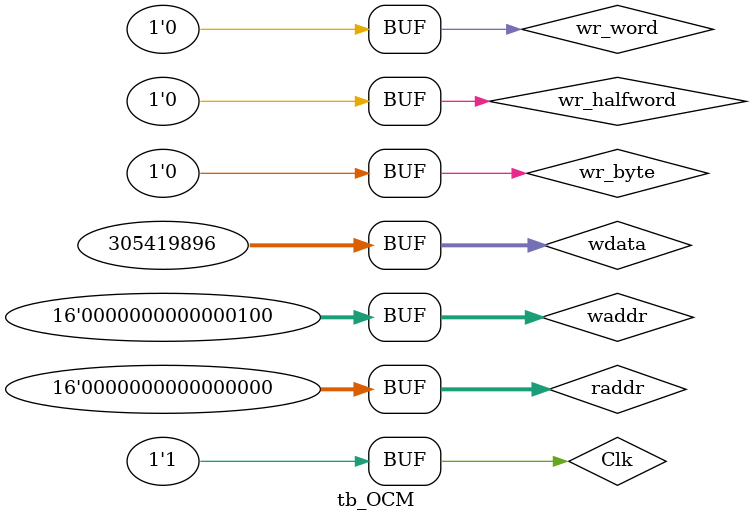
<source format=v>
`timescale 1ns / 1ps


module tb_OCM(
    );

parameter CLK_PERIOD = 10;

reg Clk=0;

reg [15:0] waddr=0;
reg [31:0] wdata=0;
reg wr_byte=0;
reg wr_halfword=0;
reg wr_word=0;

reg [15:0] raddr=0;
wire [31:0] rdata;

always 
begin
	Clk = 1'b0;
	#(CLK_PERIOD/2) Clk = 1'b1;
	#(CLK_PERIOD/2);
end
	
OCM OCM_inst(
/*    input 			*/.Clk(Clk),
	
/*	input		[15:0]	*/.waddr(waddr),
/*	input		[31:0] 	*/.wdata(wdata),
/*	input 				*/.wr_byte(wr_byte),
/*	input 				*/.wr_halfword(wr_halfword),
/*	input 				*/.wr_word(wr_word),
	
/*	input		[15:0]	*/.raddr(raddr),
/*	output	reg	[31:0] 	*/.rdata(rdata)
    );

initial
begin
	#(CLK_PERIOD*10)
		waddr <= 16'h0004;
		wdata <= 32'h12345678;
		wr_word <= 1;
	#(CLK_PERIOD*1)
		wr_word <= 0;
		
	#(CLK_PERIOD*10)
		raddr <= 16'h0004;
	#(CLK_PERIOD*1)
		raddr <= 16'h0007;
	#(CLK_PERIOD*1)
		raddr <= 16'h0000;		
		
end
	
endmodule

</source>
